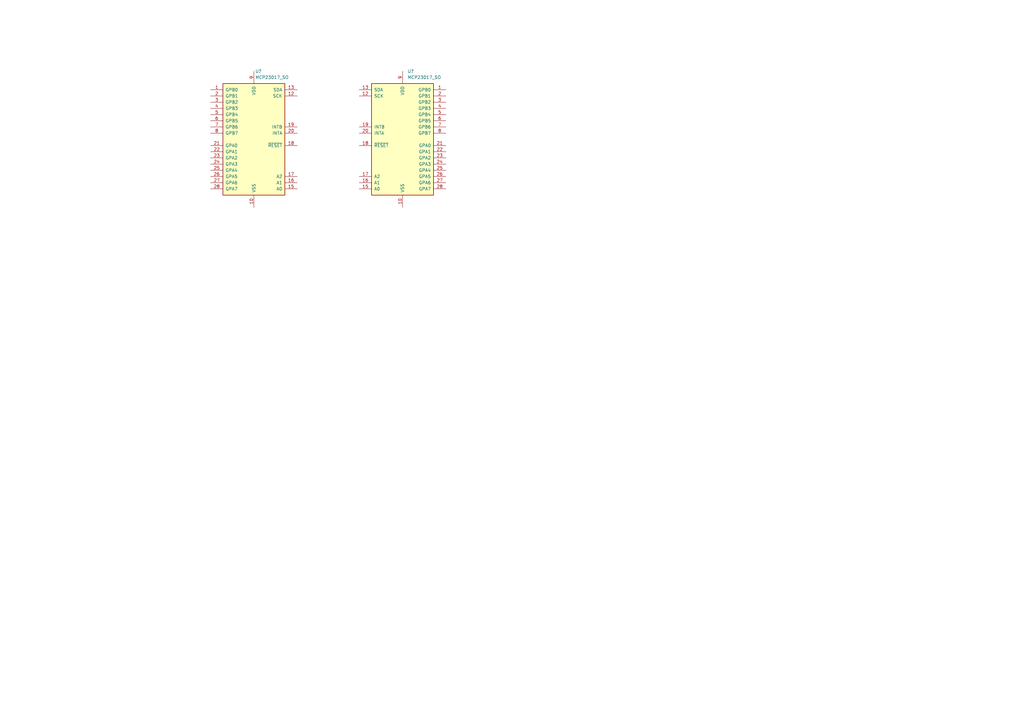
<source format=kicad_sch>
(kicad_sch (version 20211123) (generator eeschema)
  (paper "A3")
  (title_block (title "OpenTester (Rpi 3 based) Digital I/O Board") (date "2022-02-10") (rev "0.1") (company "Beech Grove"))
  (lib_symbols
    (symbol "Interface_Expansion:MCP23017_SO" (pin_names (offset 1.016))
      (property "Reference" "U" (at -11.43 24.13 0))
      (property "Value" "MCP23017_SO" (at 0 0 0))
      (symbol "MCP23017_SO_0_1"
        (rectangle (start -12.7 22.86) (end 12.7 -22.86) (stroke (width 0.254)) (fill (type background)))
      )
      (symbol "MCP23017_SO_1_1"
        (pin bidirectional line (at 17.78 20.32 180) (length 5.08) (name "GPB0") (number "1"))
        (pin power_in line (at 0 -27.94 90) (length 5.08) (name "VSS") (number "10"))
        (pin no_connect line (at -12.7 15.24 0) (length 5.08) hide (name "NC") (number "11"))
        (pin input line (at -17.78 17.78 0) (length 5.08) (name "SCK") (number "12"))
        (pin bidirectional line (at -17.78 20.32 0) (length 5.08) (name "SDA") (number "13"))
        (pin no_connect line (at -12.7 12.7 0) (length 5.08) hide (name "NC") (number "14"))
        (pin input line (at -17.78 -20.32 0) (length 5.08) (name "A0") (number "15"))
        (pin input line (at -17.78 -17.78 0) (length 5.08) (name "A1") (number "16"))
        (pin input line (at -17.78 -15.24 0) (length 5.08) (name "A2") (number "17"))
        (pin input line (at -17.78 -2.54 0) (length 5.08) (name "~{RESET}") (number "18"))
        (pin tri_state line (at -17.78 5.08 0) (length 5.08) (name "INTB") (number "19"))
        (pin bidirectional line (at 17.78 17.78 180) (length 5.08) (name "GPB1") (number "2"))
        (pin tri_state line (at -17.78 2.54 0) (length 5.08) (name "INTA") (number "20"))
        (pin bidirectional line (at 17.78 -2.54 180) (length 5.08) (name "GPA0") (number "21"))
        (pin bidirectional line (at 17.78 -5.08 180) (length 5.08) (name "GPA1") (number "22"))
        (pin bidirectional line (at 17.78 -7.62 180) (length 5.08) (name "GPA2") (number "23"))
        (pin bidirectional line (at 17.78 -10.16 180) (length 5.08) (name "GPA3") (number "24"))
        (pin bidirectional line (at 17.78 -12.7 180) (length 5.08) (name "GPA4") (number "25"))
        (pin bidirectional line (at 17.78 -15.24 180) (length 5.08) (name "GPA5") (number "26"))
        (pin bidirectional line (at 17.78 -17.78 180) (length 5.08) (name "GPA6") (number "27"))
        (pin bidirectional line (at 17.78 -20.32 180) (length 5.08) (name "GPA7") (number "28"))
        (pin bidirectional line (at 17.78 15.24 180) (length 5.08) (name "GPB2") (number "3"))
        (pin bidirectional line (at 17.78 12.7 180) (length 5.08) (name "GPB3") (number "4"))
        (pin bidirectional line (at 17.78 10.16 180) (length 5.08) (name "GPB4") (number "5"))
        (pin bidirectional line (at 17.78 7.62 180) (length 5.08) (name "GPB5") (number "6"))
        (pin bidirectional line (at 17.78 5.08 180) (length 5.08) (name "GPB6") (number "7"))
        (pin bidirectional line (at 17.78 2.54 180) (length 5.08) (name "GPB7") (number "8"))
        (pin power_in line (at 0 27.94 270) (length 5.08) (name "VDD") (number "9"))
      )
    )
  )
  (symbol (lib_id "Interface_Expansion:MCP23017_SO") (at 104.14 57.15 0) (mirror y) (unit 1)
    (property "Reference" "U?" (at 104.6606 29.21 0) (effects (justify right)))
    (property "Value" "MCP23017_SO" (at 104.6606 31.75 0) (effects (justify right)))
    (property "Footprint" "Package_SO:SOIC-28W_7.5x17.9mm_P1.27mm" (effects hide))
    (property "Datasheet" "http://ww1.microchip.com/downloads/en/DeviceDoc/20001952C.pdf" (effects hide))
  )
  (symbol (lib_id "Interface_Expansion:MCP23017_SO") (at 165.1 57.15 0) (unit 1)
    (property "Reference" "U?" (at 167.1194 29.21 0) (effects (justify left)))
    (property "Value" "MCP23017_SO" (at 167.1194 31.75 0) (effects (justify left)))
    (property "Footprint" "Package_SO:SOIC-28W_7.5x17.9mm_P1.27mm" (effects hide))
    (property "Datasheet" "http://ww1.microchip.com/downloads/en/DeviceDoc/20001952C.pdf" (effects hide))
  )
)
</source>
